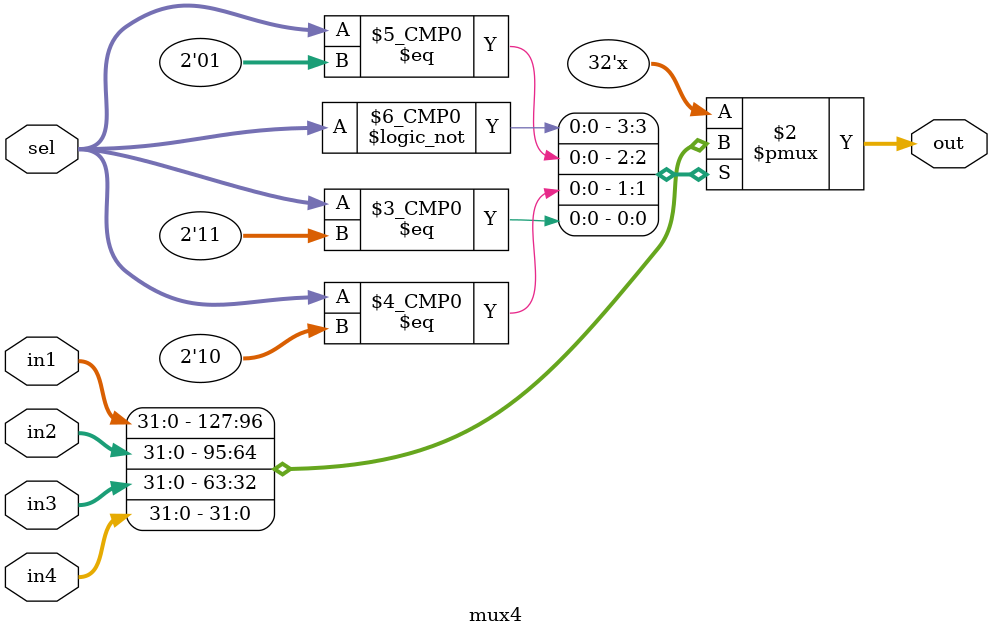
<source format=v>
`timescale 1ns / 1ps


module mux4#(parameter DATA_WIDTH=32)(
    input [DATA_WIDTH-1:0] in1,in2,in3,in4,
    input [1:0] sel,
    output reg [DATA_WIDTH-1:0] out
    );

always@(*) begin
    case(sel)
        2'b00: out = in1;
        2'b01: out = in2;
        2'b10: out = in3;
        2'b11: out = in4;
        default: out = 0;
    endcase

end
endmodule

</source>
